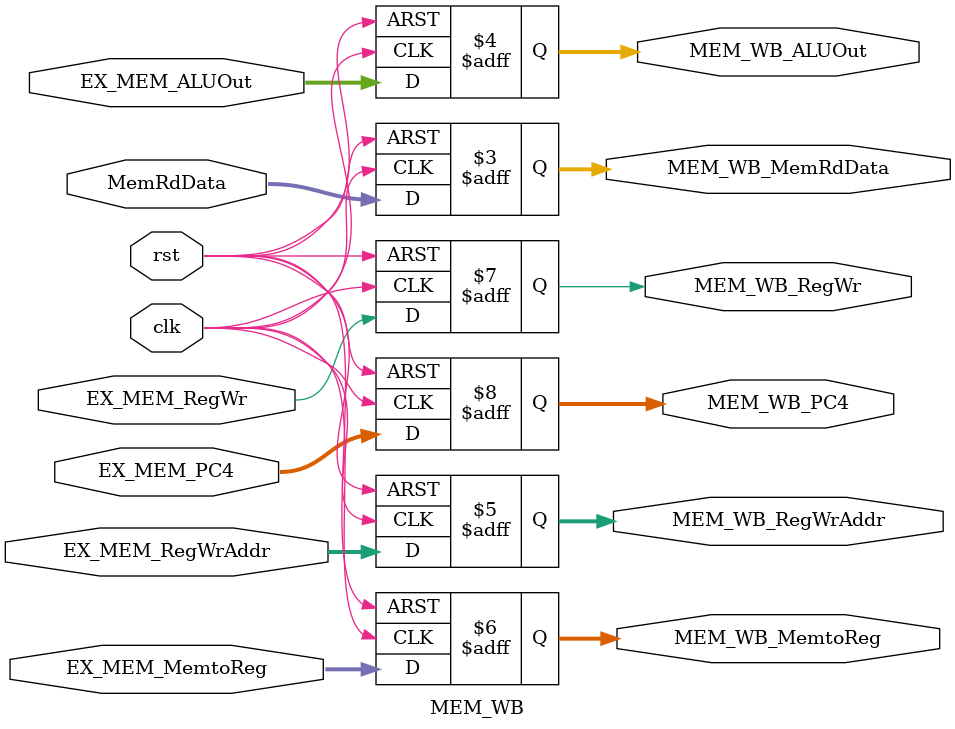
<source format=v>
`timescale 1ns / 1ps



module MEM_WB (
    input rst,
    input clk,
    input [31:0] MemRdData,
    input [31:0] EX_MEM_ALUOut,
    input [4:0] EX_MEM_RegWrAddr,
    input [1:0] EX_MEM_MemtoReg,
    input EX_MEM_RegWr,
    input [31:0] EX_MEM_PC4,
    output reg [31:0] MEM_WB_MemRdData,
    output reg [31:0] MEM_WB_ALUOut,
    output reg [4:0] MEM_WB_RegWrAddr,
    output reg [1:0] MEM_WB_MemtoReg,
    output reg MEM_WB_RegWr,
    output reg [31:0] MEM_WB_PC4
);


initial begin
        MEM_WB_MemRdData <= 32'h00000000;
        MEM_WB_ALUOut <= 32'h00000000;
        MEM_WB_RegWrAddr <= 5'h00;
        MEM_WB_MemtoReg <= 2'b00;
        MEM_WB_RegWr <= 1'b0;
        MEM_WB_PC4 <= 32'h00000000;
    end

always @(posedge clk or posedge rst) begin
    if (rst) begin
        MEM_WB_MemRdData <= 32'h00000000;
        MEM_WB_ALUOut <= 32'h00000000;
        MEM_WB_RegWrAddr <= 5'h00;
        MEM_WB_MemtoReg <= 2'b00;
        MEM_WB_RegWr <= 1'b0;
        MEM_WB_PC4 <= 32'h00000000;
    end
    else begin
        MEM_WB_MemRdData <= MemRdData;
        MEM_WB_ALUOut <= EX_MEM_ALUOut;
        MEM_WB_RegWrAddr <= EX_MEM_RegWrAddr;
        MEM_WB_MemtoReg <= EX_MEM_MemtoReg;
        MEM_WB_RegWr <= EX_MEM_RegWr;
        MEM_WB_PC4 <= EX_MEM_PC4;
    end
end

endmodule
</source>
